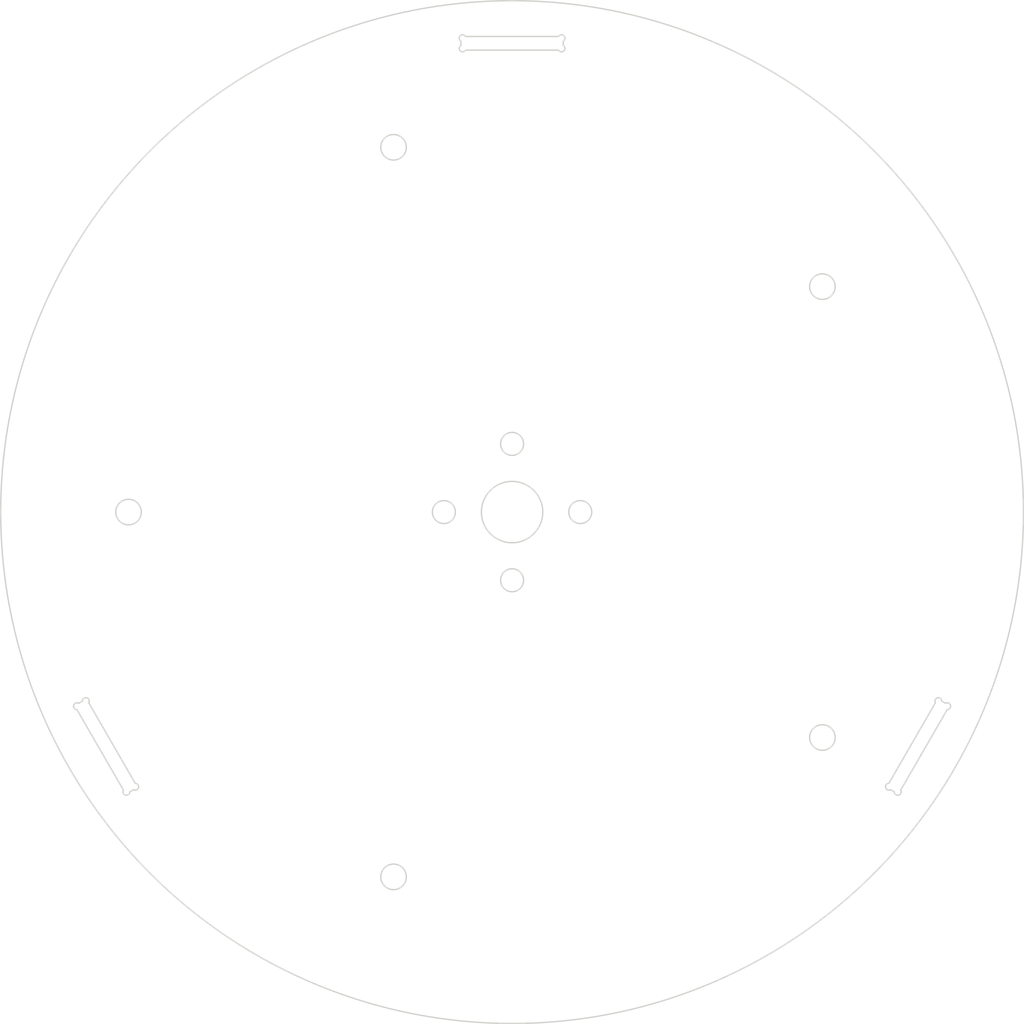
<source format=kicad_pcb>
(kicad_pcb (version 20200811) (host pcbnew "(5.99.0-2687-geae739d98)")

  (general
    (thickness 1.6)
    (drawings 0)
    (tracks 0)
    (modules 0)
    (nets 1)
  )

  (paper "A4")
  (layers
    (0 "F.Cu" signal)
    (31 "B.Cu" signal)
    (32 "B.Adhes" user)
    (33 "F.Adhes" user)
    (34 "B.Paste" user)
    (35 "F.Paste" user)
    (36 "B.SilkS" user)
    (37 "F.SilkS" user)
    (38 "B.Mask" user)
    (39 "F.Mask" user)
    (40 "Dwgs.User" user)
    (41 "Cmts.User" user)
    (42 "Eco1.User" user)
    (43 "Eco2.User" user)
    (44 "Edge.Cuts" user)
    (45 "Margin" user)
    (46 "B.CrtYd" user)
    (47 "F.CrtYd" user)
    (48 "B.Fab" user)
    (49 "F.Fab" user)
  )

  (setup
    (grid_origin 150 100)
    (pcbplotparams
      (layerselection 0x010fc_ffffffff)
      (usegerberextensions false)
      (usegerberattributes true)
      (usegerberadvancedattributes true)
      (creategerberjobfile true)
      (svguseinch false)
      (svgprecision 6)
      (excludeedgelayer true)
      (linewidth 0.100000)
      (plotframeref false)
      (viasonmask false)
      (mode 1)
      (useauxorigin false)
      (hpglpennumber 1)
      (hpglpenspeed 20)
      (hpglpendiameter 15.000000)
      (psnegative false)
      (psa4output false)
      (plotreference true)
      (plotvalue true)
      (plotinvisibletext false)
      (sketchpadsonfab false)
      (subtractmaskfromsilk false)
      (outputformat 1)
      (mirror false)
      (drillshape 1)
      (scaleselection 1)
      (outputdirectory "")
    )
  )

  (net 0 "")


  (gr_circle (center 150.000 100.000) (end 90.000 100.000) (layer Edge.Cuts) (width 0.16))
  (gr_circle (center 142.000 100.000) (end 140.650 100.000) (layer Edge.Cuts) (width 0.16))
  (gr_circle (center 150.000 100.000) (end 146.400 100.000) (layer Edge.Cuts) (width 0.16))
  (gr_circle (center 158.000 100.000) (end 156.650 100.000) (layer Edge.Cuts) (width 0.16))
  (gr_circle (center 150.000 92.000) (end 148.650 92.000) (layer Edge.Cuts) (width 0.16))
  (gr_circle (center 136.094 57.202) (end 134.594 57.202) (layer Edge.Cuts) (width 0.16))
  (gr_arc (start 144.200 44.400) (end 144.546 44.200) (angle -210.000) (layer Edge.Cuts) (width 0.16))
  (gr_line (start 144.000 45.254) (end 144.000 44.746) (angle 90) (layer Edge.Cuts) (width 0.16))
  (gr_line (start 144.546 44.200) (end 155.454 44.200) (angle 90) (layer Edge.Cuts) (width 0.16))
  (gr_arc (start 144.200 45.600) (end 144.000 45.254) (angle -210.000) (layer Edge.Cuts) (width 0.16))
  (gr_arc (start 155.800 44.400) (end 156.000 44.746) (angle -210.000) (layer Edge.Cuts) (width 0.16))
  (gr_line (start 155.454 45.800) (end 144.546 45.800) (angle 90) (layer Edge.Cuts) (width 0.16))
  (gr_line (start 156.000 44.746) (end 156.000 45.254) (angle 90) (layer Edge.Cuts) (width 0.16))
  (gr_arc (start 155.800 45.600) (end 155.454 45.800) (angle -210.000) (layer Edge.Cuts) (width 0.16))
  (gr_circle (center 150.000 108.000) (end 148.650 108.000) (layer Edge.Cuts) (width 0.16))
  (gr_arc (start 201.051 122.777) (end 201.051 123.177) (angle -210.000) (layer Edge.Cuts) (width 0.16))
  (gr_line (start 200.412 122.177) (end 200.851 122.431) (angle 90) (layer Edge.Cuts) (width 0.16))
  (gr_line (start 201.051 123.177) (end 195.597 132.623) (angle 90) (layer Edge.Cuts) (width 0.16))
  (gr_arc (start 200.012 122.177) (end 200.412 122.177) (angle -210.000) (layer Edge.Cuts) (width 0.16))
  (gr_arc (start 195.251 132.823) (end 194.851 132.823) (angle -210.000) (layer Edge.Cuts) (width 0.16))
  (gr_line (start 194.212 131.823) (end 199.665 122.377) (angle 90) (layer Edge.Cuts) (width 0.16))
  (gr_line (start 194.851 132.823) (end 194.412 132.569) (angle 90) (layer Edge.Cuts) (width 0.16))
  (gr_arc (start 194.212 132.223) (end 194.212 131.823) (angle -210.000) (layer Edge.Cuts) (width 0.16))
  (gr_circle (center 186.406 126.450) (end 184.906 126.450) (layer Edge.Cuts) (width 0.16))
  (gr_circle (center 186.406 73.550) (end 184.906 73.550) (layer Edge.Cuts) (width 0.16))
  (gr_arc (start 104.749 132.823) (end 104.403 132.623) (angle -210.000) (layer Edge.Cuts) (width 0.16))
  (gr_line (start 105.588 132.569) (end 105.149 132.823) (angle 90) (layer Edge.Cuts) (width 0.16))
  (gr_line (start 104.403 132.623) (end 98.949 123.177) (angle 90) (layer Edge.Cuts) (width 0.16))
  (gr_arc (start 105.788 132.223) (end 105.588 132.569) (angle -210.000) (layer Edge.Cuts) (width 0.16))
  (gr_arc (start 98.949 122.777) (end 99.149 122.431) (angle -210.000) (layer Edge.Cuts) (width 0.16))
  (gr_line (start 100.335 122.377) (end 105.788 131.823) (angle 90) (layer Edge.Cuts) (width 0.16))
  (gr_line (start 99.149 122.431) (end 99.588 122.177) (angle 90) (layer Edge.Cuts) (width 0.16))
  (gr_arc (start 99.988 122.177) (end 100.335 122.377) (angle -210.000) (layer Edge.Cuts) (width 0.16))
  (gr_circle (center 105.000 100.000) (end 103.500 100.000) (layer Edge.Cuts) (width 0.16))
  (gr_circle (center 136.094 142.798) (end 134.594 142.798) (layer Edge.Cuts) (width 0.16))
)
 
</source>
